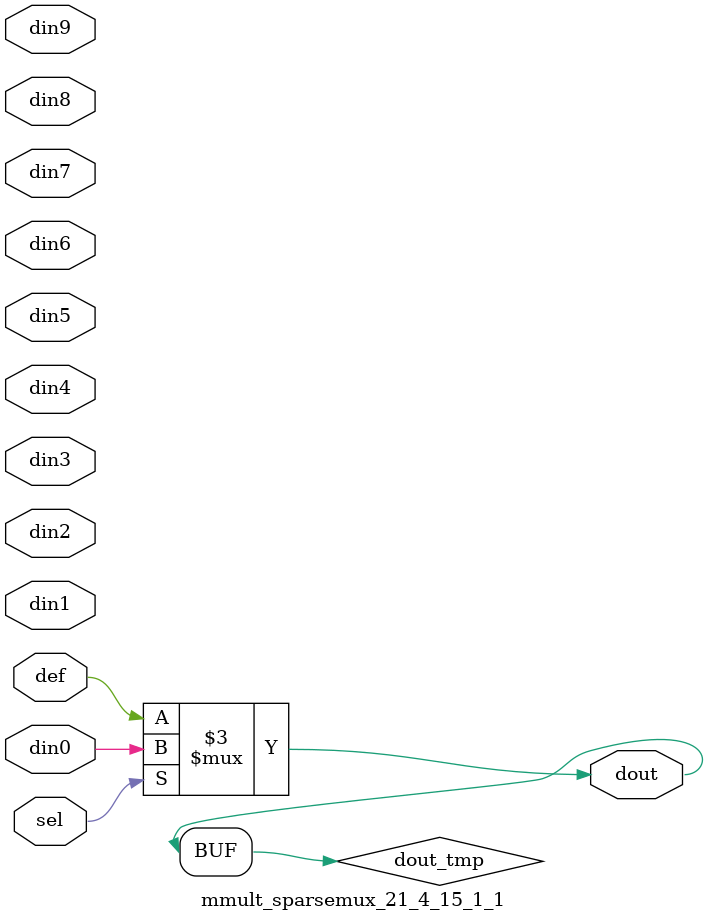
<source format=v>
`timescale 1ns / 1ps

module mmult_sparsemux_21_4_15_1_1 (din0,din1,din2,din3,din4,din5,din6,din7,din8,din9,def,sel,dout);

parameter din0_WIDTH = 1;

parameter din1_WIDTH = 1;

parameter din2_WIDTH = 1;

parameter din3_WIDTH = 1;

parameter din4_WIDTH = 1;

parameter din5_WIDTH = 1;

parameter din6_WIDTH = 1;

parameter din7_WIDTH = 1;

parameter din8_WIDTH = 1;

parameter din9_WIDTH = 1;

parameter def_WIDTH = 1;
parameter sel_WIDTH = 1;
parameter dout_WIDTH = 1;

parameter [sel_WIDTH-1:0] CASE0 = 1;

parameter [sel_WIDTH-1:0] CASE1 = 1;

parameter [sel_WIDTH-1:0] CASE2 = 1;

parameter [sel_WIDTH-1:0] CASE3 = 1;

parameter [sel_WIDTH-1:0] CASE4 = 1;

parameter [sel_WIDTH-1:0] CASE5 = 1;

parameter [sel_WIDTH-1:0] CASE6 = 1;

parameter [sel_WIDTH-1:0] CASE7 = 1;

parameter [sel_WIDTH-1:0] CASE8 = 1;

parameter [sel_WIDTH-1:0] CASE9 = 1;

parameter ID = 1;
parameter NUM_STAGE = 1;



input [din0_WIDTH-1:0] din0;

input [din1_WIDTH-1:0] din1;

input [din2_WIDTH-1:0] din2;

input [din3_WIDTH-1:0] din3;

input [din4_WIDTH-1:0] din4;

input [din5_WIDTH-1:0] din5;

input [din6_WIDTH-1:0] din6;

input [din7_WIDTH-1:0] din7;

input [din8_WIDTH-1:0] din8;

input [din9_WIDTH-1:0] din9;

input [def_WIDTH-1:0] def;
input [sel_WIDTH-1:0] sel;

output [dout_WIDTH-1:0] dout;



reg [dout_WIDTH-1:0] dout_tmp;

always @ (*) begin
case (sel)
    
    CASE0 : dout_tmp = din0;
    
    CASE1 : dout_tmp = din1;
    
    CASE2 : dout_tmp = din2;
    
    CASE3 : dout_tmp = din3;
    
    CASE4 : dout_tmp = din4;
    
    CASE5 : dout_tmp = din5;
    
    CASE6 : dout_tmp = din6;
    
    CASE7 : dout_tmp = din7;
    
    CASE8 : dout_tmp = din8;
    
    CASE9 : dout_tmp = din9;
    
    default : dout_tmp = def;
endcase
end


assign dout = dout_tmp;



endmodule

</source>
